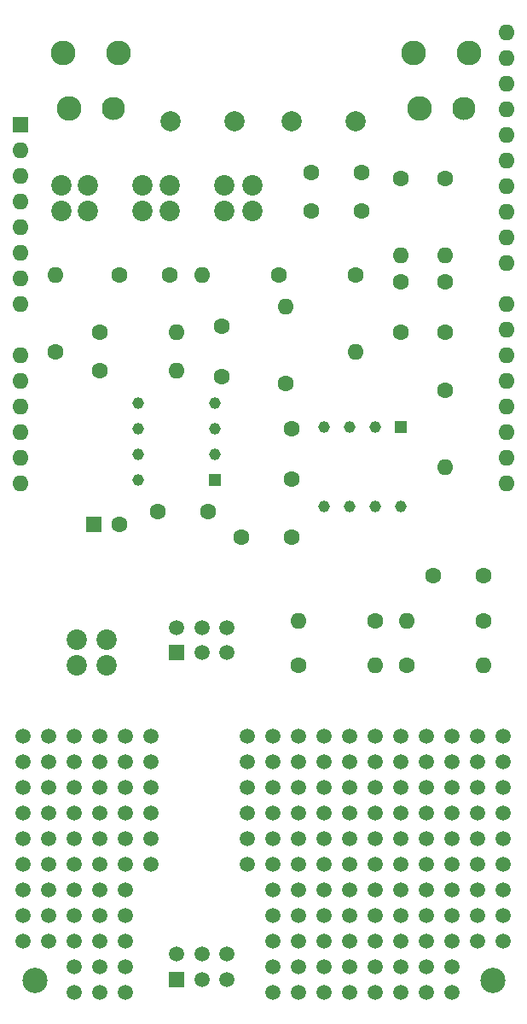
<source format=gbr>
G04 #@! TF.GenerationSoftware,KiCad,Pcbnew,(6.0.5)*
G04 #@! TF.CreationDate,2023-01-06T18:50:22+09:00*
G04 #@! TF.ProjectId,signalprocessing,7369676e-616c-4707-926f-63657373696e,rev?*
G04 #@! TF.SameCoordinates,Original*
G04 #@! TF.FileFunction,Soldermask,Bot*
G04 #@! TF.FilePolarity,Negative*
%FSLAX46Y46*%
G04 Gerber Fmt 4.6, Leading zero omitted, Abs format (unit mm)*
G04 Created by KiCad (PCBNEW (6.0.5)) date 2023-01-06 18:50:22*
%MOMM*%
%LPD*%
G01*
G04 APERTURE LIST*
%ADD10C,2.000000*%
%ADD11C,1.500000*%
%ADD12C,1.600000*%
%ADD13R,1.600000X1.600000*%
%ADD14O,1.600000X1.600000*%
%ADD15C,2.450000*%
%ADD16C,2.300000*%
%ADD17C,2.020000*%
%ADD18C,2.500000*%
%ADD19R,1.500000X1.500000*%
%ADD20R,1.160000X1.160000*%
%ADD21C,1.160000*%
G04 APERTURE END LIST*
D10*
G04 #@! TO.C,TP4*
X101600000Y-88265000D03*
G04 #@! TD*
D11*
G04 #@! TO.C,REF\u002A\u002A30*
X105410000Y-156845000D03*
G04 #@! TD*
D12*
G04 #@! TO.C,C10*
X99020000Y-127000000D03*
X94020000Y-127000000D03*
G04 #@! TD*
G04 #@! TO.C,C8*
X90210000Y-103505000D03*
X95210000Y-103505000D03*
G04 #@! TD*
D11*
G04 #@! TO.C,REF\u002A\u002A82*
X110490000Y-169545000D03*
G04 #@! TD*
G04 #@! TO.C,REF\u002A\u002A86*
X120650000Y-169545000D03*
G04 #@! TD*
G04 #@! TO.C,REF\u002A\u002A30*
X102870000Y-156845000D03*
G04 #@! TD*
G04 #@! TO.C,REF\u002A\u002A39*
X128270000Y-156845000D03*
G04 #@! TD*
G04 #@! TO.C,REF\u002A\u002A24*
X115570000Y-154305000D03*
G04 #@! TD*
G04 #@! TO.C,REF\u002A\u002A69*
X128270000Y-164465000D03*
G04 #@! TD*
G04 #@! TO.C,REF\u002A\u002A49*
X128270000Y-159385000D03*
G04 #@! TD*
G04 #@! TO.C,REF\u002A\u002A62*
X110490000Y-164465000D03*
G04 #@! TD*
D10*
G04 #@! TO.C,TP1*
X113665000Y-88265000D03*
G04 #@! TD*
D13*
G04 #@! TO.C,U1*
X80395000Y-88625000D03*
D14*
X80395000Y-91165000D03*
X80395000Y-93705000D03*
X80395000Y-96245000D03*
X80395000Y-98785000D03*
X80395000Y-101325000D03*
X80395000Y-103865000D03*
X80395000Y-106405000D03*
X80395000Y-111485000D03*
X80395000Y-114025000D03*
X80395000Y-116565000D03*
X80395000Y-119105000D03*
X80395000Y-121645000D03*
X80395000Y-124185000D03*
X128655000Y-124185000D03*
X128655000Y-121645000D03*
X128655000Y-119105000D03*
X128655000Y-116565000D03*
X128655000Y-114025000D03*
X128655000Y-111485000D03*
X128655000Y-108945000D03*
X128655000Y-106405000D03*
X128655000Y-102345000D03*
X128655000Y-99805000D03*
X128655000Y-97265000D03*
X128655000Y-94725000D03*
X128655000Y-92185000D03*
X128655000Y-89645000D03*
X128655000Y-87105000D03*
X128655000Y-84565000D03*
X128655000Y-82025000D03*
X128655000Y-79485000D03*
G04 #@! TD*
D11*
G04 #@! TO.C,REF\u002A\u002A26*
X120650000Y-154305000D03*
G04 #@! TD*
D12*
G04 #@! TO.C,R12*
X88265000Y-109220000D03*
D14*
X95885000Y-109220000D03*
G04 #@! TD*
D11*
G04 #@! TO.C,REF\u002A\u002A8*
X125730000Y-149225000D03*
G04 #@! TD*
D12*
G04 #@! TO.C,R10*
X83820000Y-111125000D03*
D14*
X83820000Y-103505000D03*
G04 #@! TD*
D12*
G04 #@! TO.C,R1*
X106680000Y-114300000D03*
D14*
X106680000Y-106680000D03*
G04 #@! TD*
D13*
G04 #@! TO.C,C11*
X87694888Y-128270000D03*
D12*
X90194888Y-128270000D03*
G04 #@! TD*
D15*
G04 #@! TO.C,J1*
X119974000Y-87067500D03*
X119424000Y-81567500D03*
X124924000Y-81567500D03*
D16*
X124374000Y-87067500D03*
G04 #@! TD*
D11*
G04 #@! TO.C,REF\u002A\u002A57*
X123190000Y-161925000D03*
G04 #@! TD*
G04 #@! TO.C,REF\u002A\u002A104*
X115570000Y-174625000D03*
G04 #@! TD*
G04 #@! TO.C,REF\u002A\u002A105*
X118110000Y-174625000D03*
G04 #@! TD*
D12*
G04 #@! TO.C,R3*
X118110000Y-93980000D03*
D14*
X118110000Y-101600000D03*
G04 #@! TD*
D11*
G04 #@! TO.C,REF\u002A\u002A85*
X118110000Y-169545000D03*
G04 #@! TD*
G04 #@! TO.C,REF\u002A\u002A56*
X120650000Y-161925000D03*
G04 #@! TD*
G04 #@! TO.C,REF\u002A\u002A61*
X107950000Y-164465000D03*
G04 #@! TD*
G04 #@! TO.C,REF\u002A\u002A46*
X88265000Y-159385000D03*
G04 #@! TD*
G04 #@! TO.C,REF\u002A\u002A1*
X107950000Y-149225000D03*
G04 #@! TD*
G04 #@! TO.C,REF\u002A\u002A97*
X90805000Y-172085000D03*
G04 #@! TD*
G04 #@! TO.C,REF\u002A\u002A96*
X88265000Y-172085000D03*
G04 #@! TD*
D12*
G04 #@! TO.C,C1*
X107275000Y-129540000D03*
X102275000Y-129540000D03*
G04 #@! TD*
D11*
G04 #@! TO.C,REF\u002A\u002A5*
X85725000Y-149225000D03*
G04 #@! TD*
G04 #@! TO.C,REF\u002A\u002A34*
X115570000Y-156845000D03*
G04 #@! TD*
G04 #@! TO.C,REF\u002A\u002A84*
X115570000Y-169545000D03*
G04 #@! TD*
G04 #@! TO.C,REF\u002A\u002A51*
X107950000Y-161925000D03*
G04 #@! TD*
D17*
G04 #@! TO.C,JP2*
X100585000Y-97155000D03*
X100585000Y-94615000D03*
G04 #@! TD*
D11*
G04 #@! TO.C,REF\u002A\u002A37*
X90805000Y-156845000D03*
G04 #@! TD*
G04 #@! TO.C,REF\u002A\u002A45*
X118110000Y-159385000D03*
G04 #@! TD*
G04 #@! TO.C,REF\u002A\u002A74*
X83185000Y-167005000D03*
G04 #@! TD*
G04 #@! TO.C,REF\u002A\u002A102*
X110490000Y-174625000D03*
G04 #@! TD*
G04 #@! TO.C,REF\u002A\u002A73*
X80645000Y-167005000D03*
G04 #@! TD*
G04 #@! TO.C,REF\u002A\u002A17*
X123190000Y-151765000D03*
G04 #@! TD*
G04 #@! TO.C,REF\u002A\u002A93*
X113030000Y-172085000D03*
G04 #@! TD*
G04 #@! TO.C,REF\u002A\u002A50*
X105410000Y-161925000D03*
G04 #@! TD*
G04 #@! TO.C,REF\u002A\u002A77*
X123190000Y-167005000D03*
G04 #@! TD*
G04 #@! TO.C,REF\u002A\u002A95*
X85725000Y-172085000D03*
G04 #@! TD*
G04 #@! TO.C,REF\u002A\u002A107*
X123190000Y-174625000D03*
G04 #@! TD*
G04 #@! TO.C,REF\u002A\u002A6*
X88265000Y-149225000D03*
G04 #@! TD*
D12*
G04 #@! TO.C,R9*
X115570000Y-137795000D03*
D14*
X107950000Y-137795000D03*
G04 #@! TD*
D11*
G04 #@! TO.C,REF\u002A\u002A15*
X85725000Y-151765000D03*
G04 #@! TD*
G04 #@! TO.C,REF\u002A\u002A3*
X80645000Y-149225000D03*
G04 #@! TD*
G04 #@! TO.C,REF\u002A\u002A106*
X88265000Y-174625000D03*
G04 #@! TD*
G04 #@! TO.C,REF\u002A\u002A92*
X110490000Y-172085000D03*
G04 #@! TD*
G04 #@! TO.C,REF\u002A\u002A33*
X113030000Y-156845000D03*
G04 #@! TD*
G04 #@! TO.C,REF\u002A\u002A55*
X118110000Y-161925000D03*
G04 #@! TD*
G04 #@! TO.C,REF\u002A\u002A48*
X125730000Y-159385000D03*
G04 #@! TD*
G04 #@! TO.C,REF\u002A\u002A38*
X125730000Y-156845000D03*
G04 #@! TD*
G04 #@! TO.C,REF\u002A\u002A74*
X115570000Y-167005000D03*
G04 #@! TD*
D10*
G04 #@! TO.C,TP3*
X95250000Y-88265000D03*
G04 #@! TD*
D11*
G04 #@! TO.C,REF\u002A\u002A57*
X90805000Y-161925000D03*
G04 #@! TD*
G04 #@! TO.C,REF\u002A\u002A27*
X123190000Y-154305000D03*
G04 #@! TD*
G04 #@! TO.C,REF\u002A\u002A19*
X128270000Y-151765000D03*
G04 #@! TD*
G04 #@! TO.C,REF\u002A\u002A28*
X125730000Y-154305000D03*
G04 #@! TD*
G04 #@! TO.C,REF\u002A\u002A42*
X110490000Y-159385000D03*
G04 #@! TD*
G04 #@! TO.C,REF\u002A\u002A91*
X107950000Y-172085000D03*
G04 #@! TD*
G04 #@! TO.C,REF\u002A\u002A55*
X85725000Y-161925000D03*
G04 #@! TD*
G04 #@! TO.C,REF\u002A\u002A35*
X118110000Y-156845000D03*
G04 #@! TD*
G04 #@! TO.C,REF\u002A\u002A73*
X113030000Y-167005000D03*
G04 #@! TD*
D12*
G04 #@! TO.C,C7*
X109260000Y-93345000D03*
X114260000Y-93345000D03*
G04 #@! TD*
D11*
G04 #@! TO.C,REF\u002A\u002A97*
X123190000Y-172085000D03*
G04 #@! TD*
D15*
G04 #@! TO.C,J2*
X85176000Y-87067500D03*
X84626000Y-81567500D03*
X90126000Y-81567500D03*
D16*
X89576000Y-87067500D03*
G04 #@! TD*
D12*
G04 #@! TO.C,R6*
X118745000Y-142240000D03*
D14*
X126365000Y-142240000D03*
G04 #@! TD*
D11*
G04 #@! TO.C,REF\u002A\u002A79*
X128270000Y-167005000D03*
G04 #@! TD*
G04 #@! TO.C,REF\u002A\u002A20*
X105410000Y-154305000D03*
G04 #@! TD*
D17*
G04 #@! TO.C,JP3*
X95195000Y-97152500D03*
X95195000Y-94612500D03*
G04 #@! TD*
D11*
G04 #@! TO.C,REF\u002A\u002A70*
X105410000Y-167005000D03*
G04 #@! TD*
G04 #@! TO.C,REF\u002A\u002A34*
X83185000Y-156845000D03*
G04 #@! TD*
G04 #@! TO.C,REF\u002A\u002A50*
X93345000Y-161925000D03*
G04 #@! TD*
G04 #@! TO.C,REF\u002A\u002A76*
X120650000Y-167005000D03*
G04 #@! TD*
G04 #@! TO.C,REF\u002A\u002A6*
X120650000Y-149225000D03*
G04 #@! TD*
G04 #@! TO.C,REF\u002A\u002A25*
X118110000Y-154305000D03*
G04 #@! TD*
G04 #@! TO.C,REF\u002A\u002A40*
X102870000Y-159385000D03*
G04 #@! TD*
D17*
G04 #@! TO.C,JP1*
X88900000Y-142240000D03*
X88900000Y-139700000D03*
G04 #@! TD*
D11*
G04 #@! TO.C,REF\u002A\u002A36*
X120650000Y-156845000D03*
G04 #@! TD*
G04 #@! TO.C,REF\u002A\u002A44*
X83185000Y-159385000D03*
G04 #@! TD*
G04 #@! TO.C,REF\u002A\u002A24*
X83185000Y-154305000D03*
G04 #@! TD*
G04 #@! TO.C,REF\u002A\u002A88*
X125730000Y-169545000D03*
G04 #@! TD*
G04 #@! TO.C,REF\u002A\u002A31*
X107950000Y-156845000D03*
G04 #@! TD*
G04 #@! TO.C,REF\u002A\u002A87*
X123190000Y-169545000D03*
G04 #@! TD*
D18*
G04 #@! TO.C,REF\u002A\u002A*
X127254000Y-173482000D03*
G04 #@! TD*
D11*
G04 #@! TO.C,REF\u002A\u002A4*
X83185000Y-149225000D03*
G04 #@! TD*
D12*
G04 #@! TO.C,R7*
X126365000Y-137795000D03*
D14*
X118745000Y-137795000D03*
G04 #@! TD*
D11*
G04 #@! TO.C,REF\u002A\u002A18*
X125730000Y-151765000D03*
G04 #@! TD*
G04 #@! TO.C,REF\u002A\u002A11*
X107950000Y-151765000D03*
G04 #@! TD*
G04 #@! TO.C,REF\u002A\u002A7*
X123190000Y-149225000D03*
G04 #@! TD*
G04 #@! TO.C,REF\u002A\u002A26*
X88265000Y-154305000D03*
G04 #@! TD*
G04 #@! TO.C,REF\u002A\u002A16*
X88265000Y-151765000D03*
G04 #@! TD*
G04 #@! TO.C,REF\u002A\u002A50*
X102870000Y-161925000D03*
G04 #@! TD*
G04 #@! TO.C,REF\u002A\u002A*
X102870000Y-149225000D03*
G04 #@! TD*
G04 #@! TO.C,REF\u002A\u002A40*
X93345000Y-159385000D03*
G04 #@! TD*
D12*
G04 #@! TO.C,R8*
X107950000Y-142240000D03*
D14*
X115570000Y-142240000D03*
G04 #@! TD*
D11*
G04 #@! TO.C,REF\u002A\u002A40*
X105410000Y-159385000D03*
G04 #@! TD*
D12*
G04 #@! TO.C,R13*
X88265000Y-113030000D03*
D14*
X95885000Y-113030000D03*
G04 #@! TD*
D11*
G04 #@! TO.C,REF\u002A\u002A46*
X120650000Y-159385000D03*
G04 #@! TD*
D12*
G04 #@! TO.C,R11*
X106045000Y-103505000D03*
D14*
X98425000Y-103505000D03*
G04 #@! TD*
D11*
G04 #@! TO.C,REF\u002A\u002A94*
X115570000Y-172085000D03*
G04 #@! TD*
G04 #@! TO.C,REF\u002A\u002A95*
X118110000Y-172085000D03*
G04 #@! TD*
G04 #@! TO.C,REF\u002A\u002A15*
X118110000Y-151765000D03*
G04 #@! TD*
G04 #@! TO.C,REF\u002A\u002A47*
X90805000Y-159385000D03*
G04 #@! TD*
G04 #@! TO.C,REF\u002A\u002A43*
X80645000Y-159385000D03*
G04 #@! TD*
G04 #@! TO.C,REF\u002A\u002A14*
X83185000Y-151765000D03*
G04 #@! TD*
G04 #@! TO.C,REF\u002A\u002A53*
X113030000Y-161925000D03*
G04 #@! TD*
G04 #@! TO.C,REF\u002A\u002A21*
X107950000Y-154305000D03*
G04 #@! TD*
D17*
G04 #@! TO.C,JP11*
X85993500Y-139700000D03*
X85993500Y-142240000D03*
G04 #@! TD*
D11*
G04 #@! TO.C,REF\u002A\u002A77*
X90805000Y-167005000D03*
G04 #@! TD*
G04 #@! TO.C,REF\u002A\u002A64*
X115570000Y-164465000D03*
G04 #@! TD*
G04 #@! TO.C,REF\u002A\u002A58*
X125730000Y-161925000D03*
G04 #@! TD*
G04 #@! TO.C,REF\u002A\u002A37*
X123190000Y-156845000D03*
G04 #@! TD*
G04 #@! TO.C,REF\u002A\u002A80*
X105410000Y-169545000D03*
G04 #@! TD*
G04 #@! TO.C,REF\u002A\u002A29*
X128270000Y-154305000D03*
G04 #@! TD*
G04 #@! TO.C,REF\u002A\u002A44*
X115570000Y-159385000D03*
G04 #@! TD*
G04 #@! TO.C,REF\u002A\u002A90*
X105410000Y-172085000D03*
G04 #@! TD*
G04 #@! TO.C,REF\u002A\u002A65*
X118110000Y-164465000D03*
G04 #@! TD*
G04 #@! TO.C,REF\u002A\u002A10*
X102870000Y-151765000D03*
G04 #@! TD*
D17*
G04 #@! TO.C,JP12*
X103374000Y-97155000D03*
X103374000Y-94615000D03*
G04 #@! TD*
D11*
G04 #@! TO.C,REF\u002A\u002A13*
X113030000Y-151765000D03*
G04 #@! TD*
G04 #@! TO.C,REF\u002A\u002A75*
X118110000Y-167005000D03*
G04 #@! TD*
G04 #@! TO.C,REF\u002A\u002A67*
X123190000Y-164465000D03*
G04 #@! TD*
G04 #@! TO.C,REF\u002A\u002A84*
X83185000Y-169545000D03*
G04 #@! TD*
G04 #@! TO.C,REF\u002A\u002A59*
X128270000Y-161925000D03*
G04 #@! TD*
G04 #@! TO.C,REF\u002A\u002A100*
X105410000Y-174625000D03*
G04 #@! TD*
G04 #@! TO.C,REF\u002A\u002A14*
X115570000Y-151765000D03*
G04 #@! TD*
G04 #@! TO.C,REF\u002A\u002A107*
X90805000Y-174625000D03*
G04 #@! TD*
G04 #@! TO.C,REF\u002A\u002A4*
X115570000Y-149225000D03*
G04 #@! TD*
G04 #@! TO.C,REF\u002A\u002A54*
X115570000Y-161925000D03*
G04 #@! TD*
G04 #@! TO.C,REF\u002A\u002A36*
X88265000Y-156845000D03*
G04 #@! TD*
G04 #@! TO.C,REF\u002A\u002A63*
X80645000Y-164465000D03*
G04 #@! TD*
G04 #@! TO.C,REF\u002A\u002A52*
X110490000Y-161925000D03*
G04 #@! TD*
G04 #@! TO.C,REF\u002A\u002A45*
X85725000Y-159385000D03*
G04 #@! TD*
G04 #@! TO.C,REF\u002A\u002A65*
X85725000Y-164465000D03*
G04 #@! TD*
G04 #@! TO.C,REF\u002A\u002A47*
X123190000Y-159385000D03*
G04 #@! TD*
D12*
G04 #@! TO.C,C6*
X109260000Y-97155000D03*
X114260000Y-97155000D03*
G04 #@! TD*
D10*
G04 #@! TO.C,TP2*
X107315000Y-88265000D03*
G04 #@! TD*
D12*
G04 #@! TO.C,C3*
X122555000Y-104180000D03*
X122555000Y-109180000D03*
G04 #@! TD*
D11*
G04 #@! TO.C,REF\u002A\u002A53*
X80645000Y-161925000D03*
G04 #@! TD*
G04 #@! TO.C,REF\u002A\u002A23*
X80645000Y-154305000D03*
G04 #@! TD*
D19*
G04 #@! TO.C,RV1*
X95885000Y-173355000D03*
D11*
X98385000Y-173355000D03*
X100885000Y-173355000D03*
X95885000Y-170855000D03*
X98385000Y-170855000D03*
X100885000Y-170855000D03*
G04 #@! TD*
G04 #@! TO.C,REF\u002A\u002A16*
X120650000Y-151765000D03*
G04 #@! TD*
G04 #@! TO.C,REF\u002A\u002A63*
X113030000Y-164465000D03*
G04 #@! TD*
G04 #@! TO.C,REF\u002A\u002A87*
X90805000Y-169545000D03*
G04 #@! TD*
G04 #@! TO.C,REF\u002A\u002A27*
X90805000Y-154305000D03*
G04 #@! TD*
G04 #@! TO.C,REF\u002A\u002A20*
X102870000Y-154305000D03*
G04 #@! TD*
G04 #@! TO.C,REF\u002A\u002A60*
X105410000Y-164465000D03*
G04 #@! TD*
G04 #@! TO.C,REF\u002A\u002A12*
X110490000Y-151765000D03*
G04 #@! TD*
G04 #@! TO.C,REF\u002A\u002A66*
X88265000Y-164465000D03*
G04 #@! TD*
G04 #@! TO.C,REF\u002A\u002A10*
X105410000Y-151765000D03*
G04 #@! TD*
G04 #@! TO.C,REF\u002A\u002A81*
X107950000Y-169545000D03*
G04 #@! TD*
G04 #@! TO.C,REF\u002A\u002A5*
X118110000Y-149225000D03*
G04 #@! TD*
D12*
G04 #@! TO.C,C9*
X100330000Y-113625000D03*
X100330000Y-108625000D03*
G04 #@! TD*
D11*
G04 #@! TO.C,REF\u002A\u002A66*
X120650000Y-164465000D03*
G04 #@! TD*
G04 #@! TO.C,REF\u002A\u002A13*
X80645000Y-151765000D03*
G04 #@! TD*
G04 #@! TO.C,REF\u002A\u002A17*
X90805000Y-151765000D03*
G04 #@! TD*
G04 #@! TO.C,REF\u002A\u002A20*
X93345000Y-154305000D03*
G04 #@! TD*
G04 #@! TO.C,REF\u002A\u002A23*
X113030000Y-154305000D03*
G04 #@! TD*
D20*
G04 #@! TO.C,IC2*
X99695000Y-123825000D03*
D21*
X99695000Y-121285000D03*
X99695000Y-118745000D03*
X99695000Y-116205000D03*
X92075000Y-116205000D03*
X92075000Y-118745000D03*
X92075000Y-121285000D03*
X92075000Y-123825000D03*
G04 #@! TD*
D11*
G04 #@! TO.C,REF\u002A\u002A83*
X80645000Y-169545000D03*
G04 #@! TD*
D12*
G04 #@! TO.C,R2*
X113665000Y-103505000D03*
D14*
X113665000Y-111125000D03*
G04 #@! TD*
D12*
G04 #@! TO.C,C4*
X107315000Y-118785000D03*
X107315000Y-123785000D03*
G04 #@! TD*
D11*
G04 #@! TO.C,REF\u002A\u002A85*
X85725000Y-169545000D03*
G04 #@! TD*
G04 #@! TO.C,REF\u002A\u002A68*
X125730000Y-164465000D03*
G04 #@! TD*
G04 #@! TO.C,REF\u002A\u002A67*
X90805000Y-164465000D03*
G04 #@! TD*
G04 #@! TO.C,REF\u002A\u002A30*
X93345000Y-156845000D03*
G04 #@! TD*
G04 #@! TO.C,REF\u002A\u002A22*
X110490000Y-154305000D03*
G04 #@! TD*
G04 #@! TO.C,REF\u002A\u002A3*
X113030000Y-149225000D03*
G04 #@! TD*
G04 #@! TO.C,REF\u002A\u002A25*
X85725000Y-154305000D03*
G04 #@! TD*
G04 #@! TO.C,REF\u002A\u002A54*
X83185000Y-161925000D03*
G04 #@! TD*
D12*
G04 #@! TO.C,C5*
X121325000Y-133350000D03*
X126325000Y-133350000D03*
G04 #@! TD*
D18*
G04 #@! TO.C,REF\u002A\u002A*
X81788000Y-173482000D03*
G04 #@! TD*
D11*
G04 #@! TO.C,REF\u002A\u002A89*
X128270000Y-169545000D03*
G04 #@! TD*
G04 #@! TO.C,REF\u002A\u002A2*
X110490000Y-149225000D03*
G04 #@! TD*
D17*
G04 #@! TO.C,JP14*
X84455000Y-94615000D03*
X84455000Y-97155000D03*
G04 #@! TD*
D11*
G04 #@! TO.C,REF\u002A\u002A76*
X88265000Y-167005000D03*
G04 #@! TD*
G04 #@! TO.C,REF\u002A\u002A10*
X93345000Y-151765000D03*
G04 #@! TD*
G04 #@! TO.C,REF\u002A\u002A35*
X85725000Y-156845000D03*
G04 #@! TD*
G04 #@! TO.C,REF\u002A\u002A75*
X85725000Y-167005000D03*
G04 #@! TD*
D12*
G04 #@! TO.C,R5*
X122555000Y-114935000D03*
D14*
X122555000Y-122555000D03*
G04 #@! TD*
D12*
G04 #@! TO.C,C2*
X118110000Y-104180000D03*
X118110000Y-109180000D03*
G04 #@! TD*
D11*
G04 #@! TO.C,REF\u002A\u002A32*
X110490000Y-156845000D03*
G04 #@! TD*
G04 #@! TO.C,REF\u002A\u002A64*
X83185000Y-164465000D03*
G04 #@! TD*
G04 #@! TO.C,REF\u002A\u002A43*
X113030000Y-159385000D03*
G04 #@! TD*
G04 #@! TO.C,REF\u002A\u002A105*
X85725000Y-174625000D03*
G04 #@! TD*
G04 #@! TO.C,REF\u002A\u002A9*
X128270000Y-149225000D03*
G04 #@! TD*
G04 #@! TO.C,REF\u002A\u002A7*
X90805000Y-149225000D03*
G04 #@! TD*
D20*
G04 #@! TO.C,IC1*
X118110000Y-118585000D03*
D21*
X115570000Y-118585000D03*
X113030000Y-118585000D03*
X110490000Y-118585000D03*
X110490000Y-126525000D03*
X113030000Y-126525000D03*
X115570000Y-126525000D03*
X118110000Y-126525000D03*
G04 #@! TD*
D11*
G04 #@! TO.C,REF\u002A\u002A106*
X120650000Y-174625000D03*
G04 #@! TD*
G04 #@! TO.C,REF\u002A\u002A103*
X113030000Y-174625000D03*
G04 #@! TD*
D17*
G04 #@! TO.C,JP4*
X87067000Y-97155000D03*
X87067000Y-94615000D03*
G04 #@! TD*
G04 #@! TO.C,JP13*
X92511000Y-94620000D03*
X92511000Y-97160000D03*
G04 #@! TD*
D11*
G04 #@! TO.C,REF\u002A\u002A86*
X88265000Y-169545000D03*
G04 #@! TD*
G04 #@! TO.C,REF\u002A\u002A*
X93345000Y-149225000D03*
G04 #@! TD*
G04 #@! TO.C,REF\u002A\u002A72*
X110490000Y-167005000D03*
G04 #@! TD*
G04 #@! TO.C,REF\u002A\u002A33*
X80645000Y-156845000D03*
G04 #@! TD*
G04 #@! TO.C,REF\u002A\u002A56*
X88265000Y-161925000D03*
G04 #@! TD*
G04 #@! TO.C,REF\u002A\u002A*
X105410000Y-149225000D03*
G04 #@! TD*
G04 #@! TO.C,REF\u002A\u002A101*
X107950000Y-174625000D03*
G04 #@! TD*
G04 #@! TO.C,REF\u002A\u002A41*
X107950000Y-159385000D03*
G04 #@! TD*
G04 #@! TO.C,REF\u002A\u002A96*
X120650000Y-172085000D03*
G04 #@! TD*
G04 #@! TO.C,REF\u002A\u002A71*
X107950000Y-167005000D03*
G04 #@! TD*
G04 #@! TO.C,REF\u002A\u002A78*
X125730000Y-167005000D03*
G04 #@! TD*
D19*
G04 #@! TO.C,RV1*
X95885000Y-140970000D03*
D11*
X98385000Y-140970000D03*
X100885000Y-140970000D03*
X95885000Y-138470000D03*
X98385000Y-138470000D03*
X100885000Y-138470000D03*
G04 #@! TD*
G04 #@! TO.C,REF\u002A\u002A83*
X113030000Y-169545000D03*
G04 #@! TD*
D12*
G04 #@! TO.C,R4*
X122555000Y-93980000D03*
D14*
X122555000Y-101600000D03*
G04 #@! TD*
M02*

</source>
